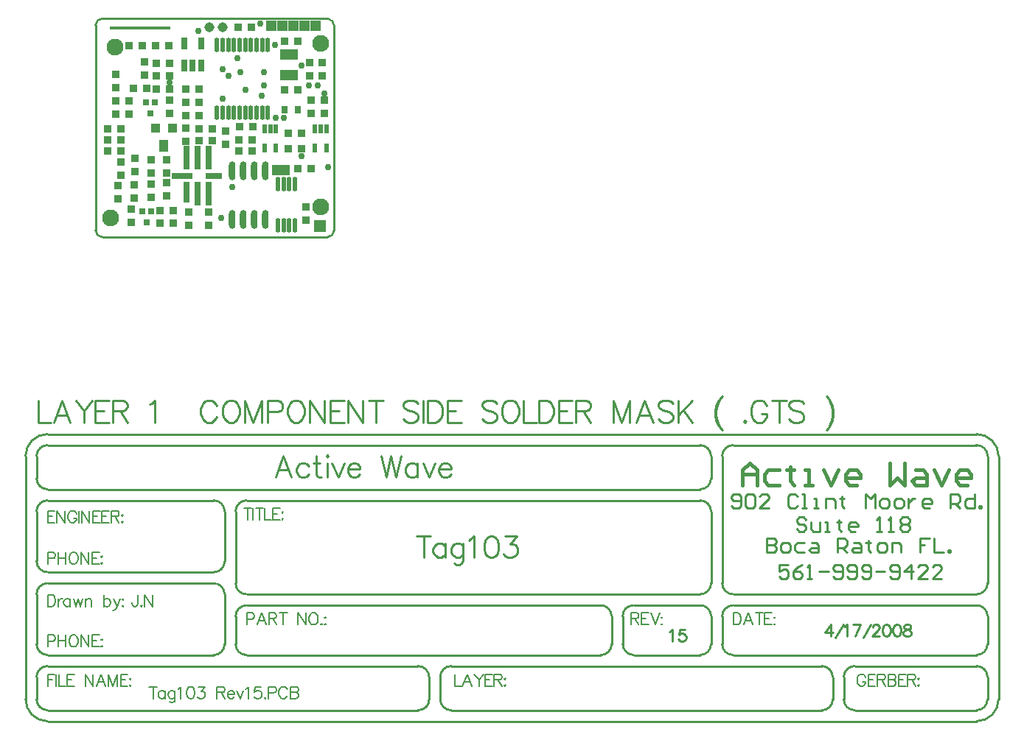
<source format=gts>
%FSLAX23Y23*%
%MOIN*%
G70*
G01*
G75*
G04 Layer_Color=48896*
%ADD10R,0.024X0.024*%
%ADD11R,0.014X0.035*%
%ADD12R,0.014X0.035*%
%ADD13R,0.030X0.030*%
%ADD14R,0.030X0.030*%
%ADD15R,0.025X0.030*%
%ADD16R,0.074X0.045*%
%ADD17R,0.020X0.050*%
%ADD18O,0.016X0.060*%
%ADD19O,0.016X0.060*%
%ADD20R,0.024X0.100*%
%ADD21R,0.024X0.090*%
%ADD22R,0.070X0.024*%
%ADD23R,0.090X0.024*%
%ADD24R,0.075X0.043*%
%ADD25R,0.036X0.050*%
%ADD26R,0.036X0.036*%
%ADD27O,0.024X0.080*%
%ADD28C,0.010*%
%ADD29C,0.008*%
%ADD30C,0.020*%
%ADD31C,0.025*%
%ADD32C,0.012*%
%ADD33C,0.015*%
%ADD34C,0.016*%
%ADD35C,0.014*%
%ADD36C,0.026*%
%ADD37C,0.006*%
%ADD38C,0.005*%
%ADD39C,0.009*%
%ADD40C,0.039*%
%ADD41C,0.070*%
%ADD42R,0.050X0.050*%
%ADD43R,0.039X0.043*%
%ADD44C,0.024*%
%ADD45R,0.070X0.070*%
%ADD46R,0.140X0.140*%
%ADD47C,0.030*%
%ADD48R,0.273X0.018*%
%ADD49R,0.030X0.030*%
%ADD50R,0.020X0.041*%
%ADD51R,0.020X0.041*%
%ADD52R,0.036X0.036*%
%ADD53R,0.031X0.036*%
%ADD54R,0.080X0.051*%
%ADD55R,0.026X0.056*%
%ADD56O,0.022X0.066*%
%ADD57O,0.022X0.066*%
%ADD58R,0.030X0.106*%
%ADD59R,0.030X0.096*%
%ADD60R,0.076X0.030*%
%ADD61R,0.096X0.030*%
%ADD62R,0.081X0.049*%
%ADD63R,0.042X0.056*%
%ADD64R,0.042X0.042*%
%ADD65O,0.030X0.086*%
%ADD66C,0.045*%
%ADD67C,0.076*%
%ADD68R,0.056X0.056*%
%ADD69R,0.045X0.049*%
%ADD70C,0.030*%
D26*
X400Y585D02*
D03*
X340D02*
D03*
X644Y414D02*
D03*
X584D02*
D03*
X864Y384D02*
D03*
X804D02*
D03*
Y314D02*
D03*
X864D02*
D03*
X85Y780D02*
D03*
X145D02*
D03*
X639Y864D02*
D03*
X789Y799D02*
D03*
X849D02*
D03*
X789Y579D02*
D03*
X849D02*
D03*
X640Y355D02*
D03*
X580D02*
D03*
Y305D02*
D03*
X640D02*
D03*
X400Y350D02*
D03*
X460D02*
D03*
Y405D02*
D03*
X400D02*
D03*
X909Y224D02*
D03*
X849D02*
D03*
X48Y354D02*
D03*
Y304D02*
D03*
Y403D02*
D03*
X266Y702D02*
D03*
Y644D02*
D03*
Y584D02*
D03*
X-12Y403D02*
D03*
Y354D02*
D03*
Y304D02*
D03*
X104Y587D02*
D03*
X205Y780D02*
D03*
X164Y587D02*
D03*
X206Y584D02*
D03*
Y702D02*
D03*
Y644D02*
D03*
X283Y33D02*
D03*
X223D02*
D03*
X284Y-24D02*
D03*
X579Y864D02*
D03*
X265Y780D02*
D03*
X909Y534D02*
D03*
X224Y-24D02*
D03*
X969Y534D02*
D03*
Y474D02*
D03*
X909D02*
D03*
D28*
X-325Y-825D02*
Y-925D01*
X-268D01*
X-181D02*
X-219Y-825D01*
X-257Y-925D01*
X-243Y-892D02*
X-195D01*
X-157Y-825D02*
X-119Y-873D01*
Y-925D01*
X-81Y-825D02*
X-119Y-873D01*
X-6Y-825D02*
X-68D01*
Y-925D01*
X-6D01*
X-68Y-873D02*
X-30D01*
X10Y-825D02*
Y-925D01*
Y-825D02*
X53D01*
X67Y-830D01*
X72Y-835D01*
X77Y-844D01*
Y-854D01*
X72Y-863D01*
X67Y-868D01*
X53Y-873D01*
X10D01*
X43D02*
X77Y-925D01*
X178Y-844D02*
X187Y-839D01*
X202Y-825D01*
Y-925D01*
X480Y-849D02*
X475Y-839D01*
X465Y-830D01*
X456Y-825D01*
X437D01*
X427Y-830D01*
X418Y-839D01*
X413Y-849D01*
X408Y-863D01*
Y-887D01*
X413Y-901D01*
X418Y-911D01*
X427Y-920D01*
X437Y-925D01*
X456D01*
X465Y-920D01*
X475Y-911D01*
X480Y-901D01*
X536Y-825D02*
X527Y-830D01*
X517Y-839D01*
X512Y-849D01*
X508Y-863D01*
Y-887D01*
X512Y-901D01*
X517Y-911D01*
X527Y-920D01*
X536Y-925D01*
X555D01*
X565Y-920D01*
X574Y-911D01*
X579Y-901D01*
X584Y-887D01*
Y-863D01*
X579Y-849D01*
X574Y-839D01*
X565Y-830D01*
X555Y-825D01*
X536D01*
X607D02*
Y-925D01*
Y-825D02*
X645Y-925D01*
X683Y-825D02*
X645Y-925D01*
X683Y-825D02*
Y-925D01*
X712Y-877D02*
X755D01*
X769Y-873D01*
X774Y-868D01*
X779Y-858D01*
Y-844D01*
X774Y-835D01*
X769Y-830D01*
X755Y-825D01*
X712D01*
Y-925D01*
X830Y-825D02*
X820Y-830D01*
X810Y-839D01*
X806Y-849D01*
X801Y-863D01*
Y-887D01*
X806Y-901D01*
X810Y-911D01*
X820Y-920D01*
X830Y-925D01*
X849D01*
X858Y-920D01*
X868Y-911D01*
X872Y-901D01*
X877Y-887D01*
Y-863D01*
X872Y-849D01*
X868Y-839D01*
X858Y-830D01*
X849Y-825D01*
X830D01*
X900D02*
Y-925D01*
Y-825D02*
X967Y-925D01*
Y-825D02*
Y-925D01*
X1057Y-825D02*
X995D01*
Y-925D01*
X1057D01*
X995Y-873D02*
X1033D01*
X1073Y-825D02*
Y-925D01*
Y-825D02*
X1140Y-925D01*
Y-825D02*
Y-925D01*
X1201Y-825D02*
Y-925D01*
X1168Y-825D02*
X1234D01*
X1391Y-839D02*
X1382Y-830D01*
X1367Y-825D01*
X1348D01*
X1334Y-830D01*
X1325Y-839D01*
Y-849D01*
X1329Y-858D01*
X1334Y-863D01*
X1344Y-868D01*
X1372Y-877D01*
X1382Y-882D01*
X1387Y-887D01*
X1391Y-896D01*
Y-911D01*
X1382Y-920D01*
X1367Y-925D01*
X1348D01*
X1334Y-920D01*
X1325Y-911D01*
X1414Y-825D02*
Y-925D01*
X1435Y-825D02*
Y-925D01*
Y-825D02*
X1468D01*
X1482Y-830D01*
X1492Y-839D01*
X1497Y-849D01*
X1501Y-863D01*
Y-887D01*
X1497Y-901D01*
X1492Y-911D01*
X1482Y-920D01*
X1468Y-925D01*
X1435D01*
X1586Y-825D02*
X1524D01*
Y-925D01*
X1586D01*
X1524Y-873D02*
X1562D01*
X1747Y-839D02*
X1738Y-830D01*
X1724Y-825D01*
X1705D01*
X1690Y-830D01*
X1681Y-839D01*
Y-849D01*
X1686Y-858D01*
X1690Y-863D01*
X1700Y-868D01*
X1728Y-877D01*
X1738Y-882D01*
X1743Y-887D01*
X1747Y-896D01*
Y-911D01*
X1738Y-920D01*
X1724Y-925D01*
X1705D01*
X1690Y-920D01*
X1681Y-911D01*
X1798Y-825D02*
X1789Y-830D01*
X1779Y-839D01*
X1775Y-849D01*
X1770Y-863D01*
Y-887D01*
X1775Y-901D01*
X1779Y-911D01*
X1789Y-920D01*
X1798Y-925D01*
X1817D01*
X1827Y-920D01*
X1836Y-911D01*
X1841Y-901D01*
X1846Y-887D01*
Y-863D01*
X1841Y-849D01*
X1836Y-839D01*
X1827Y-830D01*
X1817Y-825D01*
X1798D01*
X1869D02*
Y-925D01*
X1926D01*
X1937Y-825D02*
Y-925D01*
Y-825D02*
X1971D01*
X1985Y-830D01*
X1995Y-839D01*
X1999Y-849D01*
X2004Y-863D01*
Y-887D01*
X1999Y-901D01*
X1995Y-911D01*
X1985Y-920D01*
X1971Y-925D01*
X1937D01*
X2088Y-825D02*
X2026D01*
Y-925D01*
X2088D01*
X2026Y-873D02*
X2064D01*
X2105Y-825D02*
Y-925D01*
Y-825D02*
X2148D01*
X2162Y-830D01*
X2167Y-835D01*
X2172Y-844D01*
Y-854D01*
X2167Y-863D01*
X2162Y-868D01*
X2148Y-873D01*
X2105D01*
X2138D02*
X2172Y-925D01*
X2273Y-825D02*
Y-925D01*
Y-825D02*
X2311Y-925D01*
X2349Y-825D02*
X2311Y-925D01*
X2349Y-825D02*
Y-925D01*
X2453D02*
X2415Y-825D01*
X2377Y-925D01*
X2392Y-892D02*
X2439D01*
X2543Y-839D02*
X2534Y-830D01*
X2520Y-825D01*
X2501D01*
X2486Y-830D01*
X2477Y-839D01*
Y-849D01*
X2482Y-858D01*
X2486Y-863D01*
X2496Y-868D01*
X2524Y-877D01*
X2534Y-882D01*
X2539Y-887D01*
X2543Y-896D01*
Y-911D01*
X2534Y-920D01*
X2520Y-925D01*
X2501D01*
X2486Y-920D01*
X2477Y-911D01*
X2566Y-825D02*
Y-925D01*
X2632Y-825D02*
X2566Y-892D01*
X2590Y-868D02*
X2632Y-925D01*
X2767Y-806D02*
X2757Y-816D01*
X2748Y-830D01*
X2738Y-849D01*
X2733Y-873D01*
Y-892D01*
X2738Y-915D01*
X2748Y-935D01*
X2757Y-949D01*
X2767Y-958D01*
X2757Y-816D02*
X2748Y-835D01*
X2743Y-849D01*
X2738Y-873D01*
Y-892D01*
X2743Y-915D01*
X2748Y-930D01*
X2757Y-949D01*
X2869Y-915D02*
X2864Y-920D01*
X2869Y-925D01*
X2874Y-920D01*
X2869Y-915D01*
X2967Y-849D02*
X2962Y-839D01*
X2953Y-830D01*
X2943Y-825D01*
X2924D01*
X2915Y-830D01*
X2905Y-839D01*
X2900Y-849D01*
X2896Y-863D01*
Y-887D01*
X2900Y-901D01*
X2905Y-911D01*
X2915Y-920D01*
X2924Y-925D01*
X2943D01*
X2953Y-920D01*
X2962Y-911D01*
X2967Y-901D01*
Y-887D01*
X2943D02*
X2967D01*
X3023Y-825D02*
Y-925D01*
X2990Y-825D02*
X3057D01*
X3135Y-839D02*
X3126Y-830D01*
X3111Y-825D01*
X3092D01*
X3078Y-830D01*
X3069Y-839D01*
Y-849D01*
X3073Y-858D01*
X3078Y-863D01*
X3088Y-868D01*
X3116Y-877D01*
X3126Y-882D01*
X3130Y-887D01*
X3135Y-896D01*
Y-911D01*
X3126Y-920D01*
X3111Y-925D01*
X3092D01*
X3078Y-920D01*
X3069Y-911D01*
X3236Y-806D02*
X3246Y-816D01*
X3255Y-830D01*
X3265Y-849D01*
X3269Y-873D01*
Y-892D01*
X3265Y-915D01*
X3255Y-935D01*
X3246Y-949D01*
X3236Y-958D01*
X3246Y-816D02*
X3255Y-835D01*
X3260Y-849D01*
X3265Y-873D01*
Y-892D01*
X3260Y-915D01*
X3255Y-930D01*
X3246Y-949D01*
X-37Y903D02*
G03*
X-67Y873I0J-30D01*
G01*
X1011D02*
G03*
X981Y903I-30J0D01*
G01*
Y-86D02*
G03*
X1011Y-56I0J30D01*
G01*
X-67D02*
G03*
X-37Y-86I30J0D01*
G01*
X-67Y-56D02*
Y873D01*
X-37Y903D02*
X981D01*
X1011Y-56D02*
Y873D01*
X-37Y-86D02*
X981D01*
X3966Y-1802D02*
G03*
X3917Y-1753I-49J0D01*
G01*
X2816D02*
G03*
X2766Y-1803I0J-50D01*
G01*
X3916Y-1703D02*
G03*
X3966Y-1653I0J50D01*
G01*
X2766D02*
G03*
X2816Y-1703I50J0D01*
G01*
X-284Y-978D02*
G03*
X-384Y-1078I0J-100D01*
G01*
Y-2177D02*
G03*
X-285Y-2278I101J0D01*
G01*
X3916Y-2278D02*
G03*
X4016Y-2178I0J100D01*
G01*
Y-1078D02*
G03*
X3916Y-978I-100J0D01*
G01*
X3966Y-1077D02*
G03*
X3915Y-1028I-49J0D01*
G01*
X3916Y-1978D02*
G03*
X3966Y-1928I0J50D01*
G01*
X3966Y-2077D02*
G03*
X3916Y-2028I-50J-1D01*
G01*
Y-2228D02*
G03*
X3966Y-2178I0J50D01*
G01*
X2666Y-1978D02*
G03*
X2716Y-1928I0J50D01*
G01*
X2766Y-1929D02*
G03*
X2816Y-1978I49J0D01*
G01*
X2716Y-1802D02*
G03*
X2667Y-1753I-49J0D01*
G01*
X-334Y-2178D02*
G03*
X-285Y-2228I50J0D01*
G01*
X2667Y-1703D02*
G03*
X2716Y-1653I-1J50D01*
G01*
X-284Y-2028D02*
G03*
X-334Y-2078I0J-50D01*
G01*
X2716Y-1328D02*
G03*
X2666Y-1278I-50J0D01*
G01*
Y-1228D02*
G03*
X2716Y-1178I0J50D01*
G01*
X2816Y-1028D02*
G03*
X2766Y-1078I0J-50D01*
G01*
X2716D02*
G03*
X2666Y-1028I-50J0D01*
G01*
X-284D02*
G03*
X-334Y-1078I0J-50D01*
G01*
Y-1178D02*
G03*
X-284Y-1228I50J0D01*
G01*
Y-1278D02*
G03*
X-334Y-1328I0J-50D01*
G01*
Y-1553D02*
G03*
X-284Y-1603I50J0D01*
G01*
Y-1653D02*
G03*
X-334Y-1703I0J-50D01*
G01*
Y-1928D02*
G03*
X-285Y-1978I50J0D01*
G01*
X616Y-1278D02*
G03*
X566Y-1328I0J-50D01*
G01*
X616Y-1753D02*
G03*
X566Y-1803I0J-50D01*
G01*
X2364Y-1753D02*
G03*
X2316Y-1804I0J-48D01*
G01*
X2316Y-1927D02*
G03*
X2366Y-1978I51J0D01*
G01*
X2217Y-1978D02*
G03*
X2266Y-1928I0J49D01*
G01*
X2266Y-1802D02*
G03*
X2217Y-1753I-49J0D01*
G01*
X467Y-1978D02*
G03*
X516Y-1929I0J49D01*
G01*
X566D02*
G03*
X615Y-1978I49J0D01*
G01*
X566Y-1654D02*
G03*
X615Y-1703I49J0D01*
G01*
X516Y-1702D02*
G03*
X465Y-1653I-49J0D01*
G01*
X468Y-1603D02*
G03*
X516Y-1555I0J48D01*
G01*
Y-1327D02*
G03*
X467Y-1278I-49J0D01*
G01*
X3366Y-2028D02*
G03*
X3316Y-2078I0J-50D01*
G01*
Y-2179D02*
G03*
X3366Y-2228I49J0D01*
G01*
X3217Y-2228D02*
G03*
X3266Y-2179I1J48D01*
G01*
X3266Y-2078D02*
G03*
X3216Y-2028I-50J0D01*
G01*
X1491Y-2178D02*
G03*
X1540Y-2228I50J0D01*
G01*
X1541Y-2028D02*
G03*
X1491Y-2078I0J-50D01*
G01*
X1392Y-2228D02*
G03*
X1441Y-2179I1J48D01*
G01*
X1441Y-2078D02*
G03*
X1391Y-2028I-50J0D01*
G01*
X3966Y-1928D02*
Y-1802D01*
X2766Y-1928D02*
Y-1803D01*
X3966Y-1653D02*
Y-1078D01*
X2766Y-1653D02*
Y-1078D01*
X-384Y-2178D02*
Y-1078D01*
X-334Y-2178D02*
Y-2078D01*
X3966Y-2178D02*
Y-2078D01*
X2716Y-1928D02*
Y-1803D01*
X2316Y-1928D02*
Y-1803D01*
X566Y-1928D02*
Y-1803D01*
X2266Y-1928D02*
Y-1803D01*
X566Y-1653D02*
Y-1328D01*
X2716Y-1653D02*
Y-1328D01*
Y-1178D02*
Y-1078D01*
X-334Y-1178D02*
Y-1078D01*
X516Y-1553D02*
Y-1328D01*
X-334Y-1553D02*
Y-1328D01*
X516Y-1928D02*
Y-1703D01*
X-334Y-1928D02*
Y-1703D01*
X4016Y-2178D02*
Y-1078D01*
X3316Y-2178D02*
Y-2078D01*
X3266Y-2178D02*
Y-2078D01*
X1491Y-2178D02*
Y-2078D01*
X1441Y-2178D02*
Y-2078D01*
X2816Y-1753D02*
X3916D01*
X2816Y-1703D02*
X3916D01*
X616D02*
X2666D01*
X2816Y-1028D02*
X3916D01*
X2816Y-1978D02*
X3916D01*
X2366Y-1753D02*
X2666D01*
X2366Y-1978D02*
X2666D01*
X616D02*
X2216D01*
X616Y-1753D02*
X2216D01*
X616Y-1278D02*
X2666D01*
X-284Y-1228D02*
X2666D01*
X-284Y-1278D02*
X466D01*
X-284Y-1603D02*
X466D01*
X-284Y-1653D02*
X466D01*
X-284Y-1978D02*
X466D01*
X-284Y-978D02*
X3916D01*
X-284Y-2278D02*
X3916D01*
X-284Y-1028D02*
X2666D01*
X3366Y-2028D02*
X3916D01*
X3366Y-2228D02*
X3916D01*
X1541Y-2028D02*
X3216D01*
X-284D02*
X1391D01*
X-284Y-2228D02*
X1391D01*
X1541D02*
X3216D01*
X3145Y-1365D02*
X3135Y-1354D01*
X3113D01*
X3103Y-1365D01*
Y-1375D01*
X3113Y-1386D01*
X3135D01*
X3145Y-1397D01*
Y-1407D01*
X3135Y-1418D01*
X3113D01*
X3103Y-1407D01*
X3167Y-1375D02*
Y-1407D01*
X3177Y-1418D01*
X3209D01*
Y-1375D01*
X3230Y-1418D02*
X3252D01*
X3241D01*
Y-1375D01*
X3230D01*
X3294Y-1365D02*
Y-1375D01*
X3284D01*
X3305D01*
X3294D01*
Y-1407D01*
X3305Y-1418D01*
X3369D02*
X3348D01*
X3337Y-1407D01*
Y-1386D01*
X3348Y-1375D01*
X3369D01*
X3380Y-1386D01*
Y-1397D01*
X3337D01*
X3465Y-1418D02*
X3486D01*
X3476D01*
Y-1354D01*
X3465Y-1365D01*
X3518Y-1418D02*
X3540D01*
X3529D01*
Y-1354D01*
X3518Y-1365D01*
X3572D02*
X3582Y-1354D01*
X3604D01*
X3614Y-1365D01*
Y-1375D01*
X3604Y-1386D01*
X3614Y-1397D01*
Y-1407D01*
X3604Y-1418D01*
X3582D01*
X3572Y-1407D01*
Y-1397D01*
X3582Y-1386D01*
X3572Y-1375D01*
Y-1365D01*
X3582Y-1386D02*
X3604D01*
X3065Y-1569D02*
X3023D01*
Y-1601D01*
X3044Y-1590D01*
X3055D01*
X3065Y-1601D01*
Y-1622D01*
X3055Y-1633D01*
X3033D01*
X3023Y-1622D01*
X3129Y-1569D02*
X3108Y-1580D01*
X3087Y-1601D01*
Y-1622D01*
X3097Y-1633D01*
X3118D01*
X3129Y-1622D01*
Y-1612D01*
X3118Y-1601D01*
X3087D01*
X3150Y-1633D02*
X3172D01*
X3161D01*
Y-1569D01*
X3150Y-1580D01*
X3204Y-1601D02*
X3246D01*
X3268Y-1622D02*
X3278Y-1633D01*
X3300D01*
X3310Y-1622D01*
Y-1580D01*
X3300Y-1569D01*
X3278D01*
X3268Y-1580D01*
Y-1590D01*
X3278Y-1601D01*
X3310D01*
X3332Y-1622D02*
X3342Y-1633D01*
X3364D01*
X3374Y-1622D01*
Y-1580D01*
X3364Y-1569D01*
X3342D01*
X3332Y-1580D01*
Y-1590D01*
X3342Y-1601D01*
X3374D01*
X3396Y-1622D02*
X3406Y-1633D01*
X3428D01*
X3438Y-1622D01*
Y-1580D01*
X3428Y-1569D01*
X3406D01*
X3396Y-1580D01*
Y-1590D01*
X3406Y-1601D01*
X3438D01*
X3460D02*
X3502D01*
X3524Y-1622D02*
X3534Y-1633D01*
X3556D01*
X3566Y-1622D01*
Y-1580D01*
X3556Y-1569D01*
X3534D01*
X3524Y-1580D01*
Y-1590D01*
X3534Y-1601D01*
X3566D01*
X3620Y-1633D02*
Y-1569D01*
X3588Y-1601D01*
X3630D01*
X3694Y-1633D02*
X3652D01*
X3694Y-1590D01*
Y-1580D01*
X3684Y-1569D01*
X3662D01*
X3652Y-1580D01*
X3758Y-1633D02*
X3716D01*
X3758Y-1590D01*
Y-1580D01*
X3748Y-1569D01*
X3726D01*
X3716Y-1580D01*
X2808Y-1302D02*
X2818Y-1313D01*
X2840D01*
X2850Y-1302D01*
Y-1260D01*
X2840Y-1249D01*
X2818D01*
X2808Y-1260D01*
Y-1270D01*
X2818Y-1281D01*
X2850D01*
X2872Y-1260D02*
X2882Y-1249D01*
X2903D01*
X2914Y-1260D01*
Y-1302D01*
X2903Y-1313D01*
X2882D01*
X2872Y-1302D01*
Y-1260D01*
X2978Y-1313D02*
X2935D01*
X2978Y-1270D01*
Y-1260D01*
X2967Y-1249D01*
X2946D01*
X2935Y-1260D01*
X3106D02*
X3095Y-1249D01*
X3074D01*
X3063Y-1260D01*
Y-1302D01*
X3074Y-1313D01*
X3095D01*
X3106Y-1302D01*
X3127Y-1313D02*
X3149D01*
X3138D01*
Y-1249D01*
X3127D01*
X3181Y-1313D02*
X3202D01*
X3191D01*
Y-1270D01*
X3181D01*
X3234Y-1313D02*
Y-1270D01*
X3266D01*
X3277Y-1281D01*
Y-1313D01*
X3309Y-1260D02*
Y-1270D01*
X3298D01*
X3319D01*
X3309D01*
Y-1302D01*
X3319Y-1313D01*
X3415D02*
Y-1249D01*
X3437Y-1270D01*
X3458Y-1249D01*
Y-1313D01*
X3490D02*
X3511D01*
X3522Y-1302D01*
Y-1281D01*
X3511Y-1270D01*
X3490D01*
X3479Y-1281D01*
Y-1302D01*
X3490Y-1313D01*
X3554D02*
X3575D01*
X3586Y-1302D01*
Y-1281D01*
X3575Y-1270D01*
X3554D01*
X3543Y-1281D01*
Y-1302D01*
X3554Y-1313D01*
X3607Y-1270D02*
Y-1313D01*
Y-1292D01*
X3618Y-1281D01*
X3629Y-1270D01*
X3639D01*
X3703Y-1313D02*
X3682D01*
X3671Y-1302D01*
Y-1281D01*
X3682Y-1270D01*
X3703D01*
X3714Y-1281D01*
Y-1292D01*
X3671D01*
X3799Y-1313D02*
Y-1249D01*
X3831D01*
X3842Y-1260D01*
Y-1281D01*
X3831Y-1292D01*
X3799D01*
X3821D02*
X3842Y-1313D01*
X3906Y-1249D02*
Y-1313D01*
X3874D01*
X3863Y-1302D01*
Y-1281D01*
X3874Y-1270D01*
X3906D01*
X3927Y-1313D02*
Y-1302D01*
X3938D01*
Y-1313D01*
X3927D01*
X2968Y-1449D02*
Y-1513D01*
X3000D01*
X3010Y-1502D01*
Y-1492D01*
X3000Y-1481D01*
X2968D01*
X3000D01*
X3010Y-1470D01*
Y-1460D01*
X3000Y-1449D01*
X2968D01*
X3042Y-1513D02*
X3063D01*
X3074Y-1502D01*
Y-1481D01*
X3063Y-1470D01*
X3042D01*
X3032Y-1481D01*
Y-1502D01*
X3042Y-1513D01*
X3138Y-1470D02*
X3106D01*
X3095Y-1481D01*
Y-1502D01*
X3106Y-1513D01*
X3138D01*
X3170Y-1470D02*
X3191D01*
X3202Y-1481D01*
Y-1513D01*
X3170D01*
X3159Y-1502D01*
X3170Y-1492D01*
X3202D01*
X3287Y-1513D02*
Y-1449D01*
X3319D01*
X3330Y-1460D01*
Y-1481D01*
X3319Y-1492D01*
X3287D01*
X3309D02*
X3330Y-1513D01*
X3362Y-1470D02*
X3383D01*
X3394Y-1481D01*
Y-1513D01*
X3362D01*
X3351Y-1502D01*
X3362Y-1492D01*
X3394D01*
X3426Y-1460D02*
Y-1470D01*
X3415D01*
X3437D01*
X3426D01*
Y-1502D01*
X3437Y-1513D01*
X3479D02*
X3501D01*
X3511Y-1502D01*
Y-1481D01*
X3501Y-1470D01*
X3479D01*
X3469Y-1481D01*
Y-1502D01*
X3479Y-1513D01*
X3533D02*
Y-1470D01*
X3565D01*
X3575Y-1481D01*
Y-1513D01*
X3703Y-1449D02*
X3661D01*
Y-1481D01*
X3682D01*
X3661D01*
Y-1513D01*
X3725Y-1449D02*
Y-1513D01*
X3767D01*
X3789D02*
Y-1502D01*
X3799D01*
Y-1513D01*
X3789D01*
D29*
X124Y-1706D02*
Y-1747D01*
X122Y-1754D01*
X119Y-1757D01*
X114Y-1759D01*
X109D01*
X104Y-1757D01*
X101Y-1754D01*
X99Y-1747D01*
Y-1741D01*
X141Y-1754D02*
X138Y-1757D01*
X141Y-1759D01*
X143Y-1757D01*
X141Y-1754D01*
X155Y-1706D02*
Y-1759D01*
Y-1706D02*
X190Y-1759D01*
Y-1706D02*
Y-1759D01*
D33*
X2858Y-1208D02*
Y-1141D01*
X2891Y-1108D01*
X2924Y-1141D01*
Y-1208D01*
Y-1158D01*
X2858D01*
X3024Y-1141D02*
X2974D01*
X2957Y-1158D01*
Y-1191D01*
X2974Y-1208D01*
X3024D01*
X3074Y-1125D02*
Y-1141D01*
X3057D01*
X3091D01*
X3074D01*
Y-1191D01*
X3091Y-1208D01*
X3141D02*
X3174D01*
X3157D01*
Y-1141D01*
X3141D01*
X3224D02*
X3257Y-1208D01*
X3291Y-1141D01*
X3374Y-1208D02*
X3341D01*
X3324Y-1191D01*
Y-1158D01*
X3341Y-1141D01*
X3374D01*
X3391Y-1158D01*
Y-1175D01*
X3324D01*
X3524Y-1108D02*
Y-1208D01*
X3557Y-1175D01*
X3591Y-1208D01*
Y-1108D01*
X3641Y-1141D02*
X3674D01*
X3691Y-1158D01*
Y-1208D01*
X3641D01*
X3624Y-1191D01*
X3641Y-1175D01*
X3691D01*
X3724Y-1141D02*
X3757Y-1208D01*
X3791Y-1141D01*
X3874Y-1208D02*
X3841D01*
X3824Y-1191D01*
Y-1158D01*
X3841Y-1141D01*
X3874D01*
X3891Y-1158D01*
Y-1175D01*
X3824D01*
D38*
X193Y-2122D02*
Y-2175D01*
X175Y-2122D02*
X211D01*
X247Y-2139D02*
Y-2175D01*
Y-2147D02*
X242Y-2142D01*
X237Y-2139D01*
X230D01*
X225Y-2142D01*
X219Y-2147D01*
X217Y-2155D01*
Y-2160D01*
X219Y-2167D01*
X225Y-2172D01*
X230Y-2175D01*
X237D01*
X242Y-2172D01*
X247Y-2167D01*
X292Y-2139D02*
Y-2180D01*
X290Y-2188D01*
X287Y-2190D01*
X282Y-2193D01*
X274D01*
X269Y-2190D01*
X292Y-2147D02*
X287Y-2142D01*
X282Y-2139D01*
X274D01*
X269Y-2142D01*
X264Y-2147D01*
X262Y-2155D01*
Y-2160D01*
X264Y-2167D01*
X269Y-2172D01*
X274Y-2175D01*
X282D01*
X287Y-2172D01*
X292Y-2167D01*
X306Y-2132D02*
X311Y-2129D01*
X319Y-2122D01*
Y-2175D01*
X361Y-2122D02*
X353Y-2124D01*
X348Y-2132D01*
X345Y-2145D01*
Y-2152D01*
X348Y-2165D01*
X353Y-2172D01*
X361Y-2175D01*
X366D01*
X373Y-2172D01*
X378Y-2165D01*
X381Y-2152D01*
Y-2145D01*
X378Y-2132D01*
X373Y-2124D01*
X366Y-2122D01*
X361D01*
X398D02*
X426D01*
X411Y-2142D01*
X418D01*
X423Y-2145D01*
X426Y-2147D01*
X428Y-2155D01*
Y-2160D01*
X426Y-2167D01*
X421Y-2172D01*
X413Y-2175D01*
X406D01*
X398Y-2172D01*
X395Y-2170D01*
X393Y-2165D01*
X482Y-2122D02*
Y-2175D01*
Y-2122D02*
X505D01*
X513Y-2124D01*
X515Y-2127D01*
X518Y-2132D01*
Y-2137D01*
X515Y-2142D01*
X513Y-2145D01*
X505Y-2147D01*
X482D01*
X500D02*
X518Y-2175D01*
X530Y-2155D02*
X560D01*
Y-2150D01*
X558Y-2145D01*
X555Y-2142D01*
X550Y-2139D01*
X542D01*
X537Y-2142D01*
X532Y-2147D01*
X530Y-2155D01*
Y-2160D01*
X532Y-2167D01*
X537Y-2172D01*
X542Y-2175D01*
X550D01*
X555Y-2172D01*
X560Y-2167D01*
X572Y-2139D02*
X587Y-2175D01*
X602Y-2139D02*
X587Y-2175D01*
X611Y-2132D02*
X616Y-2129D01*
X623Y-2122D01*
Y-2175D01*
X680Y-2122D02*
X655D01*
X652Y-2145D01*
X655Y-2142D01*
X663Y-2139D01*
X670D01*
X678Y-2142D01*
X683Y-2147D01*
X685Y-2155D01*
Y-2160D01*
X683Y-2167D01*
X678Y-2172D01*
X670Y-2175D01*
X663D01*
X655Y-2172D01*
X652Y-2170D01*
X650Y-2165D01*
X700Y-2170D02*
X697Y-2172D01*
X700Y-2175D01*
X702Y-2172D01*
X700Y-2170D01*
X714Y-2150D02*
X737D01*
X745Y-2147D01*
X747Y-2145D01*
X750Y-2139D01*
Y-2132D01*
X747Y-2127D01*
X745Y-2124D01*
X737Y-2122D01*
X714D01*
Y-2175D01*
X800Y-2134D02*
X797Y-2129D01*
X792Y-2124D01*
X787Y-2122D01*
X777D01*
X772Y-2124D01*
X767Y-2129D01*
X764Y-2134D01*
X762Y-2142D01*
Y-2155D01*
X764Y-2162D01*
X767Y-2167D01*
X772Y-2172D01*
X777Y-2175D01*
X787D01*
X792Y-2172D01*
X797Y-2167D01*
X800Y-2162D01*
X815Y-2122D02*
Y-2175D01*
Y-2122D02*
X837D01*
X845Y-2124D01*
X848Y-2127D01*
X850Y-2132D01*
Y-2137D01*
X848Y-2142D01*
X845Y-2145D01*
X837Y-2147D01*
X815D02*
X837D01*
X845Y-2150D01*
X848Y-2152D01*
X850Y-2157D01*
Y-2165D01*
X848Y-2170D01*
X845Y-2172D01*
X837Y-2175D01*
X815D01*
X2816Y-1787D02*
Y-1841D01*
Y-1787D02*
X2834D01*
X2841Y-1790D01*
X2846Y-1795D01*
X2849Y-1800D01*
X2851Y-1808D01*
Y-1820D01*
X2849Y-1828D01*
X2846Y-1833D01*
X2841Y-1838D01*
X2834Y-1841D01*
X2816D01*
X2904D02*
X2884Y-1787D01*
X2863Y-1841D01*
X2871Y-1823D02*
X2896D01*
X2934Y-1787D02*
Y-1841D01*
X2916Y-1787D02*
X2952D01*
X2991D02*
X2958D01*
Y-1841D01*
X2991D01*
X2958Y-1813D02*
X2979D01*
X3003Y-1805D02*
X3000Y-1808D01*
X3003Y-1810D01*
X3005Y-1808D01*
X3003Y-1805D01*
Y-1836D02*
X3000Y-1838D01*
X3003Y-1841D01*
X3005Y-1838D01*
X3003Y-1836D01*
X2353Y-1787D02*
Y-1841D01*
Y-1787D02*
X2376D01*
X2384Y-1790D01*
X2386Y-1792D01*
X2389Y-1798D01*
Y-1803D01*
X2386Y-1808D01*
X2384Y-1810D01*
X2376Y-1813D01*
X2353D01*
X2371D02*
X2389Y-1841D01*
X2434Y-1787D02*
X2401D01*
Y-1841D01*
X2434D01*
X2401Y-1813D02*
X2421D01*
X2443Y-1787D02*
X2463Y-1841D01*
X2483Y-1787D02*
X2463Y-1841D01*
X2493Y-1805D02*
X2490Y-1808D01*
X2493Y-1810D01*
X2495Y-1808D01*
X2493Y-1805D01*
Y-1836D02*
X2490Y-1838D01*
X2493Y-1841D01*
X2495Y-1838D01*
X2493Y-1836D01*
X-284Y-1540D02*
X-261D01*
X-254Y-1538D01*
X-251Y-1535D01*
X-249Y-1530D01*
Y-1523D01*
X-251Y-1517D01*
X-254Y-1515D01*
X-261Y-1512D01*
X-284D01*
Y-1566D01*
X-237Y-1512D02*
Y-1566D01*
X-201Y-1512D02*
Y-1566D01*
X-237Y-1538D02*
X-201D01*
X-171Y-1512D02*
X-176Y-1515D01*
X-181Y-1520D01*
X-184Y-1525D01*
X-186Y-1533D01*
Y-1545D01*
X-184Y-1553D01*
X-181Y-1558D01*
X-176Y-1563D01*
X-171Y-1566D01*
X-161D01*
X-156Y-1563D01*
X-151Y-1558D01*
X-148Y-1553D01*
X-146Y-1545D01*
Y-1533D01*
X-148Y-1525D01*
X-151Y-1520D01*
X-156Y-1515D01*
X-161Y-1512D01*
X-171D01*
X-133D02*
Y-1566D01*
Y-1512D02*
X-98Y-1566D01*
Y-1512D02*
Y-1566D01*
X-50Y-1512D02*
X-83D01*
Y-1566D01*
X-50D01*
X-83Y-1538D02*
X-63D01*
X-39Y-1530D02*
X-41Y-1533D01*
X-39Y-1535D01*
X-36Y-1533D01*
X-39Y-1530D01*
Y-1561D02*
X-41Y-1563D01*
X-39Y-1566D01*
X-36Y-1563D01*
X-39Y-1561D01*
X-284Y-1915D02*
X-261D01*
X-254Y-1913D01*
X-251Y-1910D01*
X-249Y-1905D01*
Y-1898D01*
X-251Y-1892D01*
X-254Y-1890D01*
X-261Y-1887D01*
X-284D01*
Y-1941D01*
X-237Y-1887D02*
Y-1941D01*
X-201Y-1887D02*
Y-1941D01*
X-237Y-1913D02*
X-201D01*
X-171Y-1887D02*
X-176Y-1890D01*
X-181Y-1895D01*
X-184Y-1900D01*
X-186Y-1908D01*
Y-1920D01*
X-184Y-1928D01*
X-181Y-1933D01*
X-176Y-1938D01*
X-171Y-1941D01*
X-161D01*
X-156Y-1938D01*
X-151Y-1933D01*
X-148Y-1928D01*
X-146Y-1920D01*
Y-1908D01*
X-148Y-1900D01*
X-151Y-1895D01*
X-156Y-1890D01*
X-161Y-1887D01*
X-171D01*
X-133D02*
Y-1941D01*
Y-1887D02*
X-98Y-1941D01*
Y-1887D02*
Y-1941D01*
X-50Y-1887D02*
X-83D01*
Y-1941D01*
X-50D01*
X-83Y-1913D02*
X-63D01*
X-39Y-1905D02*
X-41Y-1908D01*
X-39Y-1910D01*
X-36Y-1908D01*
X-39Y-1905D01*
Y-1936D02*
X-41Y-1938D01*
X-39Y-1941D01*
X-36Y-1938D01*
X-39Y-1936D01*
X1556Y-2065D02*
Y-2118D01*
X1586D01*
X1633D02*
X1613Y-2065D01*
X1592Y-2118D01*
X1600Y-2100D02*
X1625D01*
X1645Y-2065D02*
X1666Y-2090D01*
Y-2118D01*
X1686Y-2065D02*
X1666Y-2090D01*
X1726Y-2065D02*
X1693D01*
Y-2118D01*
X1726D01*
X1693Y-2090D02*
X1713D01*
X1735Y-2065D02*
Y-2118D01*
Y-2065D02*
X1758D01*
X1765Y-2067D01*
X1768Y-2070D01*
X1770Y-2075D01*
Y-2080D01*
X1768Y-2085D01*
X1765Y-2088D01*
X1758Y-2090D01*
X1735D01*
X1752D02*
X1770Y-2118D01*
X1785Y-2083D02*
X1782Y-2085D01*
X1785Y-2088D01*
X1787Y-2085D01*
X1785Y-2083D01*
Y-2113D02*
X1782Y-2116D01*
X1785Y-2118D01*
X1787Y-2116D01*
X1785Y-2113D01*
X-251Y-1325D02*
X-284D01*
Y-1378D01*
X-251D01*
X-284Y-1350D02*
X-264D01*
X-242Y-1325D02*
Y-1378D01*
Y-1325D02*
X-207Y-1378D01*
Y-1325D02*
Y-1378D01*
X-154Y-1338D02*
X-156Y-1332D01*
X-161Y-1327D01*
X-167Y-1325D01*
X-177D01*
X-182Y-1327D01*
X-187Y-1332D01*
X-189Y-1338D01*
X-192Y-1345D01*
Y-1358D01*
X-189Y-1365D01*
X-187Y-1371D01*
X-182Y-1376D01*
X-177Y-1378D01*
X-167D01*
X-161Y-1376D01*
X-156Y-1371D01*
X-154Y-1365D01*
Y-1358D01*
X-167D02*
X-154D01*
X-142Y-1325D02*
Y-1378D01*
X-130Y-1325D02*
Y-1378D01*
Y-1325D02*
X-95Y-1378D01*
Y-1325D02*
Y-1378D01*
X-47Y-1325D02*
X-80D01*
Y-1378D01*
X-47D01*
X-80Y-1350D02*
X-60D01*
X-5Y-1325D02*
X-38D01*
Y-1378D01*
X-5D01*
X-38Y-1350D02*
X-18D01*
X4Y-1325D02*
Y-1378D01*
Y-1325D02*
X26D01*
X34Y-1327D01*
X37Y-1330D01*
X39Y-1335D01*
Y-1340D01*
X37Y-1345D01*
X34Y-1348D01*
X26Y-1350D01*
X4D01*
X21D02*
X39Y-1378D01*
X54Y-1343D02*
X51Y-1345D01*
X54Y-1348D01*
X56Y-1345D01*
X54Y-1343D01*
Y-1373D02*
X51Y-1376D01*
X54Y-1378D01*
X56Y-1376D01*
X54Y-1373D01*
X616Y-1815D02*
X639D01*
X646Y-1813D01*
X649Y-1810D01*
X651Y-1805D01*
Y-1798D01*
X649Y-1792D01*
X646Y-1790D01*
X639Y-1787D01*
X616D01*
Y-1841D01*
X704D02*
X684Y-1787D01*
X663Y-1841D01*
X671Y-1823D02*
X696D01*
X716Y-1787D02*
Y-1841D01*
Y-1787D02*
X739D01*
X747Y-1790D01*
X749Y-1792D01*
X752Y-1798D01*
Y-1803D01*
X749Y-1808D01*
X747Y-1810D01*
X739Y-1813D01*
X716D01*
X734D02*
X752Y-1841D01*
X782Y-1787D02*
Y-1841D01*
X764Y-1787D02*
X800D01*
X848D02*
Y-1841D01*
Y-1787D02*
X883Y-1841D01*
Y-1787D02*
Y-1841D01*
X913Y-1787D02*
X908Y-1790D01*
X903Y-1795D01*
X901Y-1800D01*
X898Y-1808D01*
Y-1820D01*
X901Y-1828D01*
X903Y-1833D01*
X908Y-1838D01*
X913Y-1841D01*
X923D01*
X928Y-1838D01*
X934Y-1833D01*
X936Y-1828D01*
X939Y-1820D01*
Y-1808D01*
X936Y-1800D01*
X934Y-1795D01*
X928Y-1790D01*
X923Y-1787D01*
X913D01*
X954Y-1836D02*
X951Y-1838D01*
X954Y-1841D01*
X956Y-1838D01*
X954Y-1836D01*
X970Y-1805D02*
X968Y-1808D01*
X970Y-1810D01*
X973Y-1808D01*
X970Y-1805D01*
Y-1836D02*
X968Y-1838D01*
X970Y-1841D01*
X973Y-1838D01*
X970Y-1836D01*
X621Y-1312D02*
Y-1366D01*
X603Y-1312D02*
X639D01*
X645D02*
Y-1366D01*
X674Y-1312D02*
Y-1366D01*
X656Y-1312D02*
X692D01*
X698D02*
Y-1366D01*
X729D01*
X768Y-1312D02*
X735D01*
Y-1366D01*
X768D01*
X735Y-1338D02*
X755D01*
X779Y-1330D02*
X777Y-1333D01*
X779Y-1335D01*
X782Y-1333D01*
X779Y-1330D01*
Y-1361D02*
X777Y-1363D01*
X779Y-1366D01*
X782Y-1363D01*
X779Y-1361D01*
X-284Y-1705D02*
Y-1758D01*
Y-1705D02*
X-266D01*
X-259Y-1707D01*
X-254Y-1712D01*
X-251Y-1718D01*
X-249Y-1725D01*
Y-1738D01*
X-251Y-1745D01*
X-254Y-1751D01*
X-259Y-1756D01*
X-266Y-1758D01*
X-284D01*
X-237Y-1723D02*
Y-1758D01*
Y-1738D02*
X-234Y-1730D01*
X-229Y-1725D01*
X-224Y-1723D01*
X-216D01*
X-181D02*
Y-1758D01*
Y-1730D02*
X-186Y-1725D01*
X-191Y-1723D01*
X-199D01*
X-204Y-1725D01*
X-209Y-1730D01*
X-211Y-1738D01*
Y-1743D01*
X-209Y-1751D01*
X-204Y-1756D01*
X-199Y-1758D01*
X-191D01*
X-186Y-1756D01*
X-181Y-1751D01*
X-167Y-1723D02*
X-157Y-1758D01*
X-146Y-1723D02*
X-157Y-1758D01*
X-146Y-1723D02*
X-136Y-1758D01*
X-126Y-1723D02*
X-136Y-1758D01*
X-114Y-1723D02*
Y-1758D01*
Y-1733D02*
X-106Y-1725D01*
X-101Y-1723D01*
X-93D01*
X-88Y-1725D01*
X-86Y-1733D01*
Y-1758D01*
X-30Y-1705D02*
Y-1758D01*
Y-1730D02*
X-25Y-1725D01*
X-20Y-1723D01*
X-12D01*
X-7Y-1725D01*
X-2Y-1730D01*
X1Y-1738D01*
Y-1743D01*
X-2Y-1751D01*
X-7Y-1756D01*
X-12Y-1758D01*
X-20D01*
X-25Y-1756D01*
X-30Y-1751D01*
X15Y-1723D02*
X30Y-1758D01*
X45Y-1723D02*
X30Y-1758D01*
X25Y-1768D01*
X20Y-1773D01*
X15Y-1776D01*
X12D01*
X56Y-1723D02*
X54Y-1725D01*
X56Y-1728D01*
X59Y-1725D01*
X56Y-1723D01*
Y-1753D02*
X54Y-1756D01*
X56Y-1758D01*
X59Y-1756D01*
X56Y-1753D01*
X-284Y-2065D02*
Y-2118D01*
Y-2065D02*
X-251D01*
X-284Y-2090D02*
X-264D01*
X-245Y-2065D02*
Y-2118D01*
X-234Y-2065D02*
Y-2118D01*
X-203D01*
X-164Y-2065D02*
X-197D01*
Y-2118D01*
X-164D01*
X-197Y-2090D02*
X-177D01*
X-114Y-2065D02*
Y-2118D01*
Y-2065D02*
X-78Y-2118D01*
Y-2065D02*
Y-2118D01*
X-23D02*
X-43Y-2065D01*
X-63Y-2118D01*
X-56Y-2100D02*
X-30D01*
X-10Y-2065D02*
Y-2118D01*
Y-2065D02*
X10Y-2118D01*
X30Y-2065D02*
X10Y-2118D01*
X30Y-2065D02*
Y-2118D01*
X79Y-2065D02*
X46D01*
Y-2118D01*
X79D01*
X46Y-2090D02*
X66D01*
X90Y-2083D02*
X87Y-2085D01*
X90Y-2088D01*
X92Y-2085D01*
X90Y-2083D01*
Y-2113D02*
X87Y-2116D01*
X90Y-2118D01*
X92Y-2116D01*
X90Y-2113D01*
X3414Y-2078D02*
X3411Y-2072D01*
X3406Y-2067D01*
X3401Y-2065D01*
X3391D01*
X3386Y-2067D01*
X3381Y-2072D01*
X3378Y-2078D01*
X3376Y-2085D01*
Y-2098D01*
X3378Y-2105D01*
X3381Y-2111D01*
X3386Y-2116D01*
X3391Y-2118D01*
X3401D01*
X3406Y-2116D01*
X3411Y-2111D01*
X3414Y-2105D01*
Y-2098D01*
X3401D02*
X3414D01*
X3459Y-2065D02*
X3426D01*
Y-2118D01*
X3459D01*
X3426Y-2090D02*
X3447D01*
X3468Y-2065D02*
Y-2118D01*
Y-2065D02*
X3491D01*
X3499Y-2067D01*
X3501Y-2070D01*
X3504Y-2075D01*
Y-2080D01*
X3501Y-2085D01*
X3499Y-2088D01*
X3491Y-2090D01*
X3468D01*
X3486D02*
X3504Y-2118D01*
X3516Y-2065D02*
Y-2118D01*
Y-2065D02*
X3538D01*
X3546Y-2067D01*
X3549Y-2070D01*
X3551Y-2075D01*
Y-2080D01*
X3549Y-2085D01*
X3546Y-2088D01*
X3538Y-2090D01*
X3516D02*
X3538D01*
X3546Y-2093D01*
X3549Y-2095D01*
X3551Y-2100D01*
Y-2108D01*
X3549Y-2113D01*
X3546Y-2116D01*
X3538Y-2118D01*
X3516D01*
X3596Y-2065D02*
X3563D01*
Y-2118D01*
X3596D01*
X3563Y-2090D02*
X3583D01*
X3605Y-2065D02*
Y-2118D01*
Y-2065D02*
X3628D01*
X3635Y-2067D01*
X3638Y-2070D01*
X3640Y-2075D01*
Y-2080D01*
X3638Y-2085D01*
X3635Y-2088D01*
X3628Y-2090D01*
X3605D01*
X3623D02*
X3640Y-2118D01*
X3655Y-2083D02*
X3652Y-2085D01*
X3655Y-2088D01*
X3658Y-2085D01*
X3655Y-2083D01*
Y-2113D02*
X3652Y-2116D01*
X3655Y-2118D01*
X3658Y-2116D01*
X3655Y-2113D01*
D39*
X3256Y-1840D02*
X3231Y-1876D01*
X3269D01*
X3256Y-1840D02*
Y-1894D01*
X3278Y-1901D02*
X3314Y-1840D01*
X3317Y-1850D02*
X3322Y-1848D01*
X3330Y-1840D01*
Y-1894D01*
X3392Y-1840D02*
X3367Y-1894D01*
X3356Y-1840D02*
X3392D01*
X3404Y-1901D02*
X3439Y-1840D01*
X3446Y-1853D02*
Y-1850D01*
X3448Y-1845D01*
X3451Y-1843D01*
X3456Y-1840D01*
X3466D01*
X3471Y-1843D01*
X3473Y-1845D01*
X3476Y-1850D01*
Y-1856D01*
X3473Y-1861D01*
X3468Y-1868D01*
X3443Y-1894D01*
X3479D01*
X3506Y-1840D02*
X3498Y-1843D01*
X3493Y-1850D01*
X3490Y-1863D01*
Y-1871D01*
X3493Y-1883D01*
X3498Y-1891D01*
X3506Y-1894D01*
X3511D01*
X3518Y-1891D01*
X3523Y-1883D01*
X3526Y-1871D01*
Y-1863D01*
X3523Y-1850D01*
X3518Y-1843D01*
X3511Y-1840D01*
X3506D01*
X3553D02*
X3546Y-1843D01*
X3540Y-1850D01*
X3538Y-1863D01*
Y-1871D01*
X3540Y-1883D01*
X3546Y-1891D01*
X3553Y-1894D01*
X3558D01*
X3566Y-1891D01*
X3571Y-1883D01*
X3573Y-1871D01*
Y-1863D01*
X3571Y-1850D01*
X3566Y-1843D01*
X3558Y-1840D01*
X3553D01*
X3598D02*
X3590Y-1843D01*
X3588Y-1848D01*
Y-1853D01*
X3590Y-1858D01*
X3596Y-1861D01*
X3606Y-1863D01*
X3613Y-1866D01*
X3618Y-1871D01*
X3621Y-1876D01*
Y-1883D01*
X3618Y-1889D01*
X3616Y-1891D01*
X3608Y-1894D01*
X3598D01*
X3590Y-1891D01*
X3588Y-1889D01*
X3585Y-1883D01*
Y-1876D01*
X3588Y-1871D01*
X3593Y-1866D01*
X3601Y-1863D01*
X3611Y-1861D01*
X3616Y-1858D01*
X3618Y-1853D01*
Y-1848D01*
X3616Y-1843D01*
X3608Y-1840D01*
X3598D01*
X2528Y-1873D02*
X2533Y-1870D01*
X2541Y-1862D01*
Y-1916D01*
X2598Y-1862D02*
X2573D01*
X2570Y-1885D01*
X2573Y-1883D01*
X2580Y-1880D01*
X2588D01*
X2595Y-1883D01*
X2601Y-1888D01*
X2603Y-1895D01*
Y-1900D01*
X2601Y-1908D01*
X2595Y-1913D01*
X2588Y-1916D01*
X2580D01*
X2573Y-1913D01*
X2570Y-1911D01*
X2568Y-1906D01*
X819Y-1173D02*
X782Y-1077D01*
X746Y-1173D01*
X760Y-1141D02*
X805D01*
X896Y-1123D02*
X887Y-1114D01*
X878Y-1109D01*
X864D01*
X855Y-1114D01*
X846Y-1123D01*
X841Y-1137D01*
Y-1146D01*
X846Y-1159D01*
X855Y-1169D01*
X864Y-1173D01*
X878D01*
X887Y-1169D01*
X896Y-1159D01*
X931Y-1077D02*
Y-1155D01*
X935Y-1169D01*
X944Y-1173D01*
X953D01*
X917Y-1109D02*
X949D01*
X976Y-1077D02*
X981Y-1082D01*
X985Y-1077D01*
X981Y-1073D01*
X976Y-1077D01*
X981Y-1109D02*
Y-1173D01*
X1002Y-1109D02*
X1030Y-1173D01*
X1057Y-1109D02*
X1030Y-1173D01*
X1073Y-1137D02*
X1128D01*
Y-1127D01*
X1123Y-1118D01*
X1118Y-1114D01*
X1109Y-1109D01*
X1096D01*
X1086Y-1114D01*
X1077Y-1123D01*
X1073Y-1137D01*
Y-1146D01*
X1077Y-1159D01*
X1086Y-1169D01*
X1096Y-1173D01*
X1109D01*
X1118Y-1169D01*
X1128Y-1159D01*
X1224Y-1077D02*
X1246Y-1173D01*
X1269Y-1077D02*
X1246Y-1173D01*
X1269Y-1077D02*
X1292Y-1173D01*
X1315Y-1077D02*
X1292Y-1173D01*
X1389Y-1109D02*
Y-1173D01*
Y-1123D02*
X1380Y-1114D01*
X1371Y-1109D01*
X1357D01*
X1348Y-1114D01*
X1339Y-1123D01*
X1334Y-1137D01*
Y-1146D01*
X1339Y-1159D01*
X1348Y-1169D01*
X1357Y-1173D01*
X1371D01*
X1380Y-1169D01*
X1389Y-1159D01*
X1415Y-1109D02*
X1442Y-1173D01*
X1469Y-1109D02*
X1442Y-1173D01*
X1485Y-1137D02*
X1540D01*
Y-1127D01*
X1535Y-1118D01*
X1531Y-1114D01*
X1522Y-1109D01*
X1508D01*
X1499Y-1114D01*
X1490Y-1123D01*
X1485Y-1137D01*
Y-1146D01*
X1490Y-1159D01*
X1499Y-1169D01*
X1508Y-1173D01*
X1522D01*
X1531Y-1169D01*
X1540Y-1159D01*
X1416Y-1440D02*
Y-1536D01*
X1384Y-1440D02*
X1448D01*
X1514Y-1472D02*
Y-1536D01*
Y-1486D02*
X1505Y-1477D01*
X1496Y-1472D01*
X1482D01*
X1473Y-1477D01*
X1464Y-1486D01*
X1459Y-1499D01*
Y-1509D01*
X1464Y-1522D01*
X1473Y-1531D01*
X1482Y-1536D01*
X1496D01*
X1505Y-1531D01*
X1514Y-1522D01*
X1595Y-1472D02*
Y-1545D01*
X1590Y-1559D01*
X1586Y-1563D01*
X1576Y-1568D01*
X1563D01*
X1554Y-1563D01*
X1595Y-1486D02*
X1586Y-1477D01*
X1576Y-1472D01*
X1563D01*
X1554Y-1477D01*
X1544Y-1486D01*
X1540Y-1499D01*
Y-1509D01*
X1544Y-1522D01*
X1554Y-1531D01*
X1563Y-1536D01*
X1576D01*
X1586Y-1531D01*
X1595Y-1522D01*
X1620Y-1458D02*
X1629Y-1454D01*
X1643Y-1440D01*
Y-1536D01*
X1718Y-1440D02*
X1704Y-1445D01*
X1695Y-1458D01*
X1691Y-1481D01*
Y-1495D01*
X1695Y-1518D01*
X1704Y-1531D01*
X1718Y-1536D01*
X1727D01*
X1741Y-1531D01*
X1750Y-1518D01*
X1755Y-1495D01*
Y-1481D01*
X1750Y-1458D01*
X1741Y-1445D01*
X1727Y-1440D01*
X1718D01*
X1785D02*
X1836D01*
X1808Y-1477D01*
X1822D01*
X1831Y-1481D01*
X1836Y-1486D01*
X1840Y-1499D01*
Y-1509D01*
X1836Y-1522D01*
X1826Y-1531D01*
X1813Y-1536D01*
X1799D01*
X1785Y-1531D01*
X1781Y-1527D01*
X1776Y-1518D01*
D48*
X134Y860D02*
D03*
D49*
X145Y32D02*
D03*
X184D02*
D03*
X165Y-19D02*
D03*
X200Y524D02*
D03*
X181Y473D02*
D03*
X161Y524D02*
D03*
D50*
X976Y403D02*
D03*
D51*
X976Y317D02*
D03*
X924D02*
D03*
X950Y403D02*
D03*
X924D02*
D03*
X723D02*
D03*
X697D02*
D03*
Y317D02*
D03*
X749D02*
D03*
Y403D02*
D03*
D52*
X400Y525D02*
D03*
Y465D02*
D03*
X900Y645D02*
D03*
Y705D02*
D03*
X340Y465D02*
D03*
Y525D02*
D03*
X520Y335D02*
D03*
Y395D02*
D03*
X23Y591D02*
D03*
Y651D02*
D03*
X109Y90D02*
D03*
Y150D02*
D03*
X83Y531D02*
D03*
X266Y474D02*
D03*
X83Y471D02*
D03*
X266Y534D02*
D03*
X23Y471D02*
D03*
Y531D02*
D03*
X153Y706D02*
D03*
Y646D02*
D03*
X885Y52D02*
D03*
X255Y205D02*
D03*
X354Y26D02*
D03*
X959Y645D02*
D03*
X340Y347D02*
D03*
X48Y254D02*
D03*
X95Y40D02*
D03*
X35Y86D02*
D03*
X110Y210D02*
D03*
X35Y146D02*
D03*
X48Y194D02*
D03*
X254Y100D02*
D03*
X354Y-34D02*
D03*
X444D02*
D03*
X110Y270D02*
D03*
X185Y94D02*
D03*
Y205D02*
D03*
Y154D02*
D03*
X254Y160D02*
D03*
X340Y407D02*
D03*
X959Y705D02*
D03*
X255Y265D02*
D03*
X885Y-8D02*
D03*
X95Y-20D02*
D03*
X444Y26D02*
D03*
X185Y265D02*
D03*
D53*
X849Y489D02*
D03*
X789D02*
D03*
D54*
X770Y217D02*
D03*
D55*
X335Y690D02*
D03*
Y790D02*
D03*
X410D02*
D03*
X372Y690D02*
D03*
X410D02*
D03*
D56*
X712Y478D02*
D03*
X558Y785D02*
D03*
X661D02*
D03*
X584Y478D02*
D03*
X610D02*
D03*
X558D02*
D03*
X635Y785D02*
D03*
X661Y478D02*
D03*
X686D02*
D03*
X712Y785D02*
D03*
X482D02*
D03*
X507Y478D02*
D03*
X610Y785D02*
D03*
X584D02*
D03*
X686D02*
D03*
X533D02*
D03*
X507D02*
D03*
X482Y478D02*
D03*
X635D02*
D03*
X533D02*
D03*
D57*
X758Y153D02*
D03*
X784Y-34D02*
D03*
X809D02*
D03*
X758D02*
D03*
X835Y153D02*
D03*
X809D02*
D03*
X835Y-34D02*
D03*
X784Y153D02*
D03*
D58*
X395Y111D02*
D03*
X445D02*
D03*
X444Y274D02*
D03*
X395Y273D02*
D03*
X345D02*
D03*
D59*
Y116D02*
D03*
D60*
X467Y189D02*
D03*
D61*
X325Y189D02*
D03*
D62*
X809Y647D02*
D03*
Y741D02*
D03*
D63*
X242Y327D02*
D03*
D64*
X205Y407D02*
D03*
X280D02*
D03*
D65*
X702Y-6D02*
D03*
X602Y214D02*
D03*
X702D02*
D03*
X652D02*
D03*
X552D02*
D03*
X652Y-6D02*
D03*
X602D02*
D03*
X552D02*
D03*
D66*
X509Y864D02*
D03*
X449D02*
D03*
D67*
X950Y789D02*
D03*
X22Y774D02*
D03*
X0Y0D02*
D03*
X950Y49D02*
D03*
D68*
X948Y-36D02*
D03*
D69*
X729Y869D02*
D03*
X779D02*
D03*
X829D02*
D03*
X879D02*
D03*
X929D02*
D03*
D70*
X784Y454D02*
D03*
X509Y674D02*
D03*
X984Y229D02*
D03*
X864Y279D02*
D03*
X679Y879D02*
D03*
X610Y579D02*
D03*
X864Y689D02*
D03*
X574Y724D02*
D03*
X552Y139D02*
D03*
X899Y599D02*
D03*
X694Y659D02*
D03*
X937Y599D02*
D03*
X969Y564D02*
D03*
X743Y785D02*
D03*
X694Y599D02*
D03*
X684Y554D02*
D03*
X749Y454D02*
D03*
X507Y541D02*
D03*
X398Y846D02*
D03*
X500Y1D02*
D03*
X266Y613D02*
D03*
X589Y659D02*
D03*
X534Y644D02*
D03*
M02*

</source>
